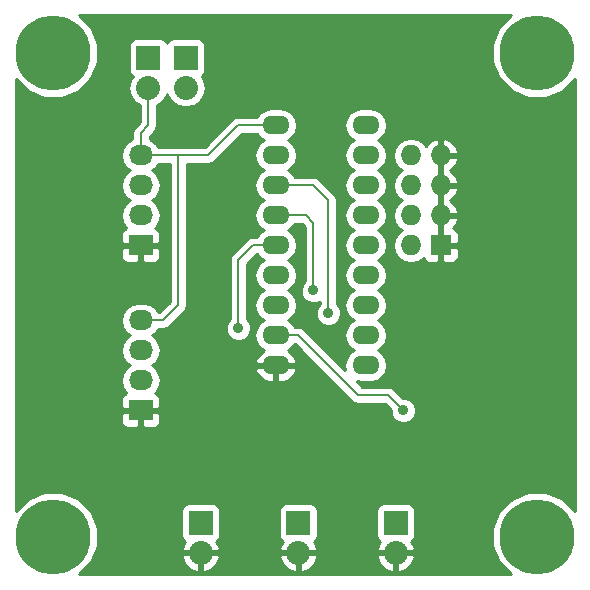
<source format=gbl>
G04 #@! TF.FileFunction,Copper,L2,Bot,Plane*
%FSLAX46Y46*%
G04 Gerber Fmt 4.6, Leading zero omitted, Abs format (unit mm)*
G04 Created by KiCad (PCBNEW (after 2015-mar-04 BZR unknown)-product) date 10/20/2015 10:29:55 AM*
%MOMM*%
G01*
G04 APERTURE LIST*
%ADD10C,0.150000*%
%ADD11O,2.300000X1.600000*%
%ADD12R,2.032000X2.032000*%
%ADD13O,2.032000X2.032000*%
%ADD14C,6.350000*%
%ADD15R,2.032000X1.727200*%
%ADD16O,2.032000X1.727200*%
%ADD17R,1.727200X1.727200*%
%ADD18O,1.727200X1.727200*%
%ADD19C,0.889000*%
%ADD20C,0.203200*%
%ADD21C,0.254000*%
G04 APERTURE END LIST*
D10*
D11*
X22860000Y-10160000D03*
X22860000Y-12700000D03*
X22860000Y-15240000D03*
X22860000Y-17780000D03*
X22860000Y-20320000D03*
X22860000Y-22860000D03*
X22860000Y-25400000D03*
X22860000Y-27940000D03*
X22860000Y-30480000D03*
X30480000Y-30480000D03*
X30480000Y-27940000D03*
X30480000Y-25400000D03*
X30480000Y-22860000D03*
X30480000Y-20320000D03*
X30480000Y-17780000D03*
X30480000Y-15240000D03*
X30480000Y-12700000D03*
X30480000Y-10160000D03*
D12*
X33020000Y-43815000D03*
D13*
X33020000Y-46355000D03*
D14*
X4000000Y-45000000D03*
X4000000Y-4000000D03*
X45000000Y-45000000D03*
X45000000Y-4000000D03*
D15*
X11430000Y-20320000D03*
D16*
X11430000Y-17780000D03*
X11430000Y-15240000D03*
X11430000Y-12700000D03*
D15*
X11430000Y-34290000D03*
D16*
X11430000Y-31750000D03*
X11430000Y-29210000D03*
X11430000Y-26670000D03*
D12*
X16510000Y-43815000D03*
D13*
X16510000Y-46355000D03*
D12*
X24765000Y-43815000D03*
D13*
X24765000Y-46355000D03*
D12*
X12065000Y-4445000D03*
D13*
X12065000Y-6985000D03*
D12*
X15240000Y-4445000D03*
D13*
X15240000Y-6985000D03*
D17*
X36830000Y-20320000D03*
D18*
X34290000Y-20320000D03*
X36830000Y-17780000D03*
X34290000Y-17780000D03*
X36830000Y-15240000D03*
X34290000Y-15240000D03*
X36830000Y-12700000D03*
X34290000Y-12700000D03*
D19*
X19685000Y-27305000D03*
X26035000Y-24130000D03*
X27305000Y-26035000D03*
X30480000Y-36195000D03*
X45085000Y-35560000D03*
X45085000Y-31750000D03*
X33655000Y-34290000D03*
D20*
X19685000Y-21590000D02*
X20955000Y-20320000D01*
X20955000Y-20320000D02*
X22860000Y-20320000D01*
X19685000Y-27305000D02*
X19685000Y-21590000D01*
X26035000Y-18415000D02*
X25400000Y-17780000D01*
X26035000Y-24130000D02*
X26035000Y-18415000D01*
X25400000Y-17780000D02*
X22860000Y-17780000D01*
X26035000Y-15240000D02*
X27305000Y-16510000D01*
X27305000Y-16510000D02*
X27305000Y-26035000D01*
X22860000Y-15240000D02*
X26035000Y-15240000D01*
X11430000Y-12700000D02*
X12065000Y-12065000D01*
X13335000Y-26670000D02*
X14605000Y-25400000D01*
X11430000Y-26670000D02*
X13335000Y-26670000D01*
X11430000Y-10795000D02*
X12065000Y-10160000D01*
X12065000Y-10160000D02*
X12065000Y-6985000D01*
X11430000Y-12700000D02*
X11430000Y-10795000D01*
X19685000Y-10160000D02*
X22860000Y-10160000D01*
X17145000Y-12700000D02*
X19685000Y-10160000D01*
X14605000Y-12700000D02*
X17145000Y-12700000D01*
X11430000Y-12700000D02*
X14605000Y-12700000D01*
X14605000Y-25400000D02*
X14605000Y-12700000D01*
X22860000Y-27940000D02*
X23495000Y-27940000D01*
X24765000Y-27940000D02*
X29845000Y-33020000D01*
X29845000Y-33020000D02*
X32385000Y-33020000D01*
X32385000Y-33020000D02*
X33655000Y-34290000D01*
X22860000Y-27940000D02*
X24765000Y-27940000D01*
D21*
G36*
X48174500Y-42787183D02*
X47161009Y-41771923D01*
X45761181Y-41190663D01*
X44245469Y-41189340D01*
X42844628Y-41768156D01*
X41771923Y-42838991D01*
X41190663Y-44238819D01*
X41189340Y-45754531D01*
X41768156Y-47155372D01*
X42785507Y-48174500D01*
X38328600Y-48174500D01*
X38328600Y-21309910D01*
X38328600Y-21057291D01*
X38328600Y-20605750D01*
X38328600Y-20034250D01*
X38328600Y-19582709D01*
X38328600Y-19330090D01*
X38231927Y-19096701D01*
X38053298Y-18918073D01*
X37855880Y-18836299D01*
X38112688Y-18554947D01*
X38284958Y-18139026D01*
X38284958Y-17420974D01*
X38112688Y-17005053D01*
X37718490Y-16573179D01*
X37583687Y-16510000D01*
X37718490Y-16446821D01*
X38112688Y-16014947D01*
X38284958Y-15599026D01*
X38284958Y-14880974D01*
X38112688Y-14465053D01*
X37718490Y-14033179D01*
X37583687Y-13970000D01*
X37718490Y-13906821D01*
X38112688Y-13474947D01*
X38284958Y-13059026D01*
X38284958Y-12340974D01*
X38112688Y-11925053D01*
X37718490Y-11493179D01*
X37189027Y-11245032D01*
X36957000Y-11365531D01*
X36957000Y-12573000D01*
X38163817Y-12573000D01*
X38284958Y-12340974D01*
X38284958Y-13059026D01*
X38163817Y-12827000D01*
X36957000Y-12827000D01*
X36957000Y-13905531D01*
X36957000Y-14034469D01*
X36957000Y-15113000D01*
X38163817Y-15113000D01*
X38284958Y-14880974D01*
X38284958Y-15599026D01*
X38163817Y-15367000D01*
X36957000Y-15367000D01*
X36957000Y-16445531D01*
X36957000Y-16574469D01*
X36957000Y-17653000D01*
X38163817Y-17653000D01*
X38284958Y-17420974D01*
X38284958Y-18139026D01*
X38163817Y-17907000D01*
X36957000Y-17907000D01*
X36957000Y-18980150D01*
X36957000Y-19114469D01*
X36957000Y-20193000D01*
X38169850Y-20193000D01*
X38328600Y-20034250D01*
X38328600Y-20605750D01*
X38169850Y-20447000D01*
X36957000Y-20447000D01*
X36957000Y-21659850D01*
X37115750Y-21818600D01*
X37819909Y-21818600D01*
X38053298Y-21721927D01*
X38231927Y-21543299D01*
X38328600Y-21309910D01*
X38328600Y-48174500D01*
X36703000Y-48174500D01*
X36703000Y-21659850D01*
X36703000Y-20447000D01*
X36683000Y-20447000D01*
X36683000Y-20193000D01*
X36703000Y-20193000D01*
X36703000Y-19114469D01*
X36703000Y-18980150D01*
X36703000Y-17907000D01*
X36683000Y-17907000D01*
X36683000Y-17653000D01*
X36703000Y-17653000D01*
X36703000Y-16574469D01*
X36703000Y-16445531D01*
X36703000Y-15367000D01*
X36683000Y-15367000D01*
X36683000Y-15113000D01*
X36703000Y-15113000D01*
X36703000Y-14034469D01*
X36703000Y-13905531D01*
X36703000Y-12827000D01*
X36683000Y-12827000D01*
X36683000Y-12573000D01*
X36703000Y-12573000D01*
X36703000Y-11365531D01*
X36470973Y-11245032D01*
X35941510Y-11493179D01*
X35559992Y-11911160D01*
X35379029Y-11640330D01*
X34892848Y-11315474D01*
X34319359Y-11201400D01*
X34260641Y-11201400D01*
X33687152Y-11315474D01*
X33200971Y-11640330D01*
X32876115Y-12126511D01*
X32762041Y-12700000D01*
X32876115Y-13273489D01*
X33200971Y-13759670D01*
X33515751Y-13970000D01*
X33200971Y-14180330D01*
X32876115Y-14666511D01*
X32762041Y-15240000D01*
X32876115Y-15813489D01*
X33200971Y-16299670D01*
X33515751Y-16510000D01*
X33200971Y-16720330D01*
X32876115Y-17206511D01*
X32762041Y-17780000D01*
X32876115Y-18353489D01*
X33200971Y-18839670D01*
X33515751Y-19050000D01*
X33200971Y-19260330D01*
X32876115Y-19746511D01*
X32762041Y-20320000D01*
X32876115Y-20893489D01*
X33200971Y-21379670D01*
X33687152Y-21704526D01*
X34260641Y-21818600D01*
X34319359Y-21818600D01*
X34892848Y-21704526D01*
X35364356Y-21389473D01*
X35428073Y-21543299D01*
X35606702Y-21721927D01*
X35840091Y-21818600D01*
X36544250Y-21818600D01*
X36703000Y-21659850D01*
X36703000Y-48174500D01*
X34734687Y-48174500D01*
X34734687Y-34076216D01*
X34570689Y-33679311D01*
X34267286Y-33375378D01*
X33870668Y-33210687D01*
X33617176Y-33210466D01*
X32905855Y-32499145D01*
X32666885Y-32339470D01*
X32385000Y-32283400D01*
X30150110Y-32283400D01*
X29703911Y-31837201D01*
X30095030Y-31915000D01*
X30864970Y-31915000D01*
X31414121Y-31805767D01*
X31879668Y-31494698D01*
X32190737Y-31029151D01*
X32299970Y-30480000D01*
X32190737Y-29930849D01*
X31879668Y-29465302D01*
X31497582Y-29210000D01*
X31879668Y-28954698D01*
X32190737Y-28489151D01*
X32299970Y-27940000D01*
X32190737Y-27390849D01*
X31879668Y-26925302D01*
X31497582Y-26670000D01*
X31879668Y-26414698D01*
X32190737Y-25949151D01*
X32299970Y-25400000D01*
X32190737Y-24850849D01*
X31879668Y-24385302D01*
X31497582Y-24130000D01*
X31879668Y-23874698D01*
X32190737Y-23409151D01*
X32299970Y-22860000D01*
X32190737Y-22310849D01*
X31879668Y-21845302D01*
X31497582Y-21590000D01*
X31879668Y-21334698D01*
X32190737Y-20869151D01*
X32299970Y-20320000D01*
X32190737Y-19770849D01*
X31879668Y-19305302D01*
X31497582Y-19050000D01*
X31879668Y-18794698D01*
X32190737Y-18329151D01*
X32299970Y-17780000D01*
X32190737Y-17230849D01*
X31879668Y-16765302D01*
X31497582Y-16510000D01*
X31879668Y-16254698D01*
X32190737Y-15789151D01*
X32299970Y-15240000D01*
X32190737Y-14690849D01*
X31879668Y-14225302D01*
X31497582Y-13970000D01*
X31879668Y-13714698D01*
X32190737Y-13249151D01*
X32299970Y-12700000D01*
X32190737Y-12150849D01*
X31879668Y-11685302D01*
X31497582Y-11430000D01*
X31879668Y-11174698D01*
X32190737Y-10709151D01*
X32299970Y-10160000D01*
X32190737Y-9610849D01*
X31879668Y-9145302D01*
X31414121Y-8834233D01*
X30864970Y-8725000D01*
X30095030Y-8725000D01*
X29545879Y-8834233D01*
X29080332Y-9145302D01*
X28769263Y-9610849D01*
X28660030Y-10160000D01*
X28769263Y-10709151D01*
X29080332Y-11174698D01*
X29462417Y-11430000D01*
X29080332Y-11685302D01*
X28769263Y-12150849D01*
X28660030Y-12700000D01*
X28769263Y-13249151D01*
X29080332Y-13714698D01*
X29462417Y-13970000D01*
X29080332Y-14225302D01*
X28769263Y-14690849D01*
X28660030Y-15240000D01*
X28769263Y-15789151D01*
X29080332Y-16254698D01*
X29462417Y-16510000D01*
X29080332Y-16765302D01*
X28769263Y-17230849D01*
X28660030Y-17780000D01*
X28769263Y-18329151D01*
X29080332Y-18794698D01*
X29462417Y-19050000D01*
X29080332Y-19305302D01*
X28769263Y-19770849D01*
X28660030Y-20320000D01*
X28769263Y-20869151D01*
X29080332Y-21334698D01*
X29462417Y-21590000D01*
X29080332Y-21845302D01*
X28769263Y-22310849D01*
X28660030Y-22860000D01*
X28769263Y-23409151D01*
X29080332Y-23874698D01*
X29462417Y-24130000D01*
X29080332Y-24385302D01*
X28769263Y-24850849D01*
X28660030Y-25400000D01*
X28769263Y-25949151D01*
X29080332Y-26414698D01*
X29462417Y-26670000D01*
X29080332Y-26925302D01*
X28769263Y-27390849D01*
X28660030Y-27940000D01*
X28769263Y-28489151D01*
X29080332Y-28954698D01*
X29462417Y-29210000D01*
X29080332Y-29465302D01*
X28769263Y-29930849D01*
X28660030Y-30480000D01*
X28737828Y-30871118D01*
X25285855Y-27419145D01*
X25046885Y-27259470D01*
X24765000Y-27203400D01*
X24445487Y-27203400D01*
X24259668Y-26925302D01*
X23877582Y-26670000D01*
X24259668Y-26414698D01*
X24570737Y-25949151D01*
X24679970Y-25400000D01*
X24570737Y-24850849D01*
X24259668Y-24385302D01*
X23877582Y-24130000D01*
X24259668Y-23874698D01*
X24570737Y-23409151D01*
X24679970Y-22860000D01*
X24570737Y-22310849D01*
X24259668Y-21845302D01*
X23877582Y-21590000D01*
X24259668Y-21334698D01*
X24570737Y-20869151D01*
X24679970Y-20320000D01*
X24570737Y-19770849D01*
X24259668Y-19305302D01*
X23877582Y-19050000D01*
X24259668Y-18794698D01*
X24445487Y-18516600D01*
X25094890Y-18516600D01*
X25298400Y-18720110D01*
X25298400Y-23340002D01*
X25120378Y-23517714D01*
X24955687Y-23914332D01*
X24955313Y-24343784D01*
X25119311Y-24740689D01*
X25422714Y-25044622D01*
X25819332Y-25209313D01*
X26248784Y-25209687D01*
X26568400Y-25077624D01*
X26568400Y-25245002D01*
X26390378Y-25422714D01*
X26225687Y-25819332D01*
X26225313Y-26248784D01*
X26389311Y-26645689D01*
X26692714Y-26949622D01*
X27089332Y-27114313D01*
X27518784Y-27114687D01*
X27915689Y-26950689D01*
X28219622Y-26647286D01*
X28384313Y-26250668D01*
X28384687Y-25821216D01*
X28220689Y-25424311D01*
X28041600Y-25244909D01*
X28041600Y-16510000D01*
X27985530Y-16228115D01*
X27825855Y-15989145D01*
X26555855Y-14719145D01*
X26316885Y-14559470D01*
X26035000Y-14503400D01*
X24445487Y-14503400D01*
X24259668Y-14225302D01*
X23877582Y-13970000D01*
X24259668Y-13714698D01*
X24570737Y-13249151D01*
X24679970Y-12700000D01*
X24570737Y-12150849D01*
X24259668Y-11685302D01*
X23877582Y-11430000D01*
X24259668Y-11174698D01*
X24570737Y-10709151D01*
X24679970Y-10160000D01*
X24570737Y-9610849D01*
X24259668Y-9145302D01*
X23794121Y-8834233D01*
X23244970Y-8725000D01*
X22475030Y-8725000D01*
X21925879Y-8834233D01*
X21460332Y-9145302D01*
X21274512Y-9423400D01*
X19685000Y-9423400D01*
X19403115Y-9479470D01*
X19164145Y-9639145D01*
X16839890Y-11963400D01*
X14605000Y-11963400D01*
X12890283Y-11963400D01*
X12674415Y-11640330D01*
X12630531Y-11611007D01*
X12585855Y-11544145D01*
X12346885Y-11384470D01*
X12268014Y-11368781D01*
X12188234Y-11315474D01*
X12166600Y-11311170D01*
X12166600Y-11100110D01*
X12585855Y-10680855D01*
X12745530Y-10441885D01*
X12745530Y-10441884D01*
X12801600Y-10160000D01*
X12801600Y-8461918D01*
X13264778Y-8152433D01*
X13622670Y-7616810D01*
X13652500Y-7466844D01*
X13682330Y-7616810D01*
X14040222Y-8152433D01*
X14575845Y-8510325D01*
X15207655Y-8636000D01*
X15272345Y-8636000D01*
X15904155Y-8510325D01*
X16439778Y-8152433D01*
X16797670Y-7616810D01*
X16923345Y-6985000D01*
X16797670Y-6353190D01*
X16570830Y-6013701D01*
X16710927Y-5921673D01*
X16853377Y-5710640D01*
X16903440Y-5461000D01*
X16903440Y-3429000D01*
X16856463Y-3186877D01*
X16716673Y-2974073D01*
X16505640Y-2831623D01*
X16256000Y-2781560D01*
X14224000Y-2781560D01*
X13981877Y-2828537D01*
X13769073Y-2968327D01*
X13651913Y-3141893D01*
X13541673Y-2974073D01*
X13330640Y-2831623D01*
X13081000Y-2781560D01*
X11049000Y-2781560D01*
X10806877Y-2828537D01*
X10594073Y-2968327D01*
X10451623Y-3179360D01*
X10401560Y-3429000D01*
X10401560Y-5461000D01*
X10448537Y-5703123D01*
X10588327Y-5915927D01*
X10733860Y-6014163D01*
X10507330Y-6353190D01*
X10381655Y-6985000D01*
X10507330Y-7616810D01*
X10865222Y-8152433D01*
X11328400Y-8461918D01*
X11328400Y-9854890D01*
X10909145Y-10274145D01*
X10749470Y-10513115D01*
X10693400Y-10795000D01*
X10693400Y-11311170D01*
X10671766Y-11315474D01*
X10185585Y-11640330D01*
X9860729Y-12126511D01*
X9746655Y-12700000D01*
X9860729Y-13273489D01*
X10185585Y-13759670D01*
X10500365Y-13970000D01*
X10185585Y-14180330D01*
X9860729Y-14666511D01*
X9746655Y-15240000D01*
X9860729Y-15813489D01*
X10185585Y-16299670D01*
X10500365Y-16510000D01*
X10185585Y-16720330D01*
X9860729Y-17206511D01*
X9746655Y-17780000D01*
X9860729Y-18353489D01*
X10185585Y-18839670D01*
X10207780Y-18854500D01*
X10054302Y-18918073D01*
X9875673Y-19096701D01*
X9779000Y-19330090D01*
X9779000Y-19582709D01*
X9779000Y-20034250D01*
X9937750Y-20193000D01*
X11303000Y-20193000D01*
X11303000Y-20173000D01*
X11557000Y-20173000D01*
X11557000Y-20193000D01*
X12922250Y-20193000D01*
X13081000Y-20034250D01*
X13081000Y-19582709D01*
X13081000Y-19330090D01*
X12984327Y-19096701D01*
X12805698Y-18918073D01*
X12652219Y-18854500D01*
X12674415Y-18839670D01*
X12999271Y-18353489D01*
X13113345Y-17780000D01*
X12999271Y-17206511D01*
X12674415Y-16720330D01*
X12359634Y-16510000D01*
X12674415Y-16299670D01*
X12999271Y-15813489D01*
X13113345Y-15240000D01*
X12999271Y-14666511D01*
X12674415Y-14180330D01*
X12359634Y-13970000D01*
X12674415Y-13759670D01*
X12890283Y-13436600D01*
X13868400Y-13436600D01*
X13868400Y-25094890D01*
X13081000Y-25882290D01*
X13081000Y-21309910D01*
X13081000Y-21057291D01*
X13081000Y-20605750D01*
X12922250Y-20447000D01*
X11557000Y-20447000D01*
X11557000Y-21659850D01*
X11715750Y-21818600D01*
X12572309Y-21818600D01*
X12805698Y-21721927D01*
X12984327Y-21543299D01*
X13081000Y-21309910D01*
X13081000Y-25882290D01*
X13029890Y-25933400D01*
X12890283Y-25933400D01*
X12674415Y-25610330D01*
X12188234Y-25285474D01*
X11614745Y-25171400D01*
X11303000Y-25171400D01*
X11303000Y-21659850D01*
X11303000Y-20447000D01*
X9937750Y-20447000D01*
X9779000Y-20605750D01*
X9779000Y-21057291D01*
X9779000Y-21309910D01*
X9875673Y-21543299D01*
X10054302Y-21721927D01*
X10287691Y-21818600D01*
X11144250Y-21818600D01*
X11303000Y-21659850D01*
X11303000Y-25171400D01*
X11245255Y-25171400D01*
X10671766Y-25285474D01*
X10185585Y-25610330D01*
X9860729Y-26096511D01*
X9746655Y-26670000D01*
X9860729Y-27243489D01*
X10185585Y-27729670D01*
X10500365Y-27940000D01*
X10185585Y-28150330D01*
X9860729Y-28636511D01*
X9746655Y-29210000D01*
X9860729Y-29783489D01*
X10185585Y-30269670D01*
X10500365Y-30480000D01*
X10185585Y-30690330D01*
X9860729Y-31176511D01*
X9746655Y-31750000D01*
X9860729Y-32323489D01*
X10185585Y-32809670D01*
X10207780Y-32824500D01*
X10054302Y-32888073D01*
X9875673Y-33066701D01*
X9779000Y-33300090D01*
X9779000Y-33552709D01*
X9779000Y-34004250D01*
X9937750Y-34163000D01*
X11303000Y-34163000D01*
X11303000Y-34143000D01*
X11557000Y-34143000D01*
X11557000Y-34163000D01*
X12922250Y-34163000D01*
X13081000Y-34004250D01*
X13081000Y-33552709D01*
X13081000Y-33300090D01*
X12984327Y-33066701D01*
X12805698Y-32888073D01*
X12652219Y-32824500D01*
X12674415Y-32809670D01*
X12999271Y-32323489D01*
X13113345Y-31750000D01*
X12999271Y-31176511D01*
X12674415Y-30690330D01*
X12359634Y-30480000D01*
X12674415Y-30269670D01*
X12999271Y-29783489D01*
X13113345Y-29210000D01*
X12999271Y-28636511D01*
X12674415Y-28150330D01*
X12359634Y-27940000D01*
X12674415Y-27729670D01*
X12890283Y-27406600D01*
X13335000Y-27406600D01*
X13616885Y-27350530D01*
X13855855Y-27190855D01*
X15125855Y-25920855D01*
X15285530Y-25681885D01*
X15341600Y-25400000D01*
X15341600Y-13436600D01*
X17145000Y-13436600D01*
X17426885Y-13380530D01*
X17665855Y-13220855D01*
X19990110Y-10896600D01*
X21274512Y-10896600D01*
X21460332Y-11174698D01*
X21842417Y-11430000D01*
X21460332Y-11685302D01*
X21149263Y-12150849D01*
X21040030Y-12700000D01*
X21149263Y-13249151D01*
X21460332Y-13714698D01*
X21842417Y-13970000D01*
X21460332Y-14225302D01*
X21149263Y-14690849D01*
X21040030Y-15240000D01*
X21149263Y-15789151D01*
X21460332Y-16254698D01*
X21842417Y-16510000D01*
X21460332Y-16765302D01*
X21149263Y-17230849D01*
X21040030Y-17780000D01*
X21149263Y-18329151D01*
X21460332Y-18794698D01*
X21842417Y-19050000D01*
X21460332Y-19305302D01*
X21274512Y-19583400D01*
X20955000Y-19583400D01*
X20673115Y-19639470D01*
X20434145Y-19799145D01*
X19164145Y-21069145D01*
X19004470Y-21308115D01*
X18948400Y-21590000D01*
X18948400Y-26515002D01*
X18770378Y-26692714D01*
X18605687Y-27089332D01*
X18605313Y-27518784D01*
X18769311Y-27915689D01*
X19072714Y-28219622D01*
X19469332Y-28384313D01*
X19898784Y-28384687D01*
X20295689Y-28220689D01*
X20599622Y-27917286D01*
X20764313Y-27520668D01*
X20764687Y-27091216D01*
X20600689Y-26694311D01*
X20421600Y-26514909D01*
X20421600Y-21895110D01*
X21260110Y-21056600D01*
X21274512Y-21056600D01*
X21460332Y-21334698D01*
X21842417Y-21590000D01*
X21460332Y-21845302D01*
X21149263Y-22310849D01*
X21040030Y-22860000D01*
X21149263Y-23409151D01*
X21460332Y-23874698D01*
X21842417Y-24130000D01*
X21460332Y-24385302D01*
X21149263Y-24850849D01*
X21040030Y-25400000D01*
X21149263Y-25949151D01*
X21460332Y-26414698D01*
X21842417Y-26670000D01*
X21460332Y-26925302D01*
X21149263Y-27390849D01*
X21040030Y-27940000D01*
X21149263Y-28489151D01*
X21460332Y-28954698D01*
X21838151Y-29207149D01*
X21405500Y-29555104D01*
X21135633Y-30048181D01*
X21118096Y-30130961D01*
X21240085Y-30353000D01*
X22733000Y-30353000D01*
X22733000Y-30333000D01*
X22987000Y-30333000D01*
X22987000Y-30353000D01*
X24479915Y-30353000D01*
X24601904Y-30130961D01*
X24584367Y-30048181D01*
X24314500Y-29555104D01*
X23881848Y-29207149D01*
X24259668Y-28954698D01*
X24445487Y-28676600D01*
X24459890Y-28676600D01*
X29324145Y-33540855D01*
X29563115Y-33700530D01*
X29845000Y-33756600D01*
X32079890Y-33756600D01*
X32575532Y-34252242D01*
X32575313Y-34503784D01*
X32739311Y-34900689D01*
X33042714Y-35204622D01*
X33439332Y-35369313D01*
X33868784Y-35369687D01*
X34265689Y-35205689D01*
X34569622Y-34902286D01*
X34734313Y-34505668D01*
X34734687Y-34076216D01*
X34734687Y-48174500D01*
X34683440Y-48174500D01*
X34683440Y-44831000D01*
X34683440Y-42799000D01*
X34636463Y-42556877D01*
X34496673Y-42344073D01*
X34285640Y-42201623D01*
X34036000Y-42151560D01*
X32004000Y-42151560D01*
X31761877Y-42198537D01*
X31549073Y-42338327D01*
X31406623Y-42549360D01*
X31356560Y-42799000D01*
X31356560Y-44831000D01*
X31403537Y-45073123D01*
X31543327Y-45285927D01*
X31703043Y-45393737D01*
X31613615Y-45490182D01*
X31414025Y-45972056D01*
X31533164Y-46228000D01*
X32893000Y-46228000D01*
X32893000Y-46208000D01*
X33147000Y-46208000D01*
X33147000Y-46228000D01*
X34506836Y-46228000D01*
X34625975Y-45972056D01*
X34426385Y-45490182D01*
X34336425Y-45393164D01*
X34490927Y-45291673D01*
X34633377Y-45080640D01*
X34683440Y-44831000D01*
X34683440Y-48174500D01*
X34625975Y-48174500D01*
X34625975Y-46737944D01*
X34506836Y-46482000D01*
X33147000Y-46482000D01*
X33147000Y-47842367D01*
X33402946Y-47960983D01*
X33988379Y-47692188D01*
X34426385Y-47219818D01*
X34625975Y-46737944D01*
X34625975Y-48174500D01*
X32893000Y-48174500D01*
X32893000Y-47842367D01*
X32893000Y-46482000D01*
X31533164Y-46482000D01*
X31414025Y-46737944D01*
X31613615Y-47219818D01*
X32051621Y-47692188D01*
X32637054Y-47960983D01*
X32893000Y-47842367D01*
X32893000Y-48174500D01*
X26428440Y-48174500D01*
X26428440Y-44831000D01*
X26428440Y-42799000D01*
X26381463Y-42556877D01*
X26241673Y-42344073D01*
X26030640Y-42201623D01*
X25781000Y-42151560D01*
X24601904Y-42151560D01*
X24601904Y-30829039D01*
X24479915Y-30607000D01*
X22987000Y-30607000D01*
X22987000Y-31915000D01*
X23337000Y-31915000D01*
X23876483Y-31757166D01*
X24314500Y-31404896D01*
X24584367Y-30911819D01*
X24601904Y-30829039D01*
X24601904Y-42151560D01*
X23749000Y-42151560D01*
X23506877Y-42198537D01*
X23294073Y-42338327D01*
X23151623Y-42549360D01*
X23101560Y-42799000D01*
X23101560Y-44831000D01*
X23148537Y-45073123D01*
X23288327Y-45285927D01*
X23448043Y-45393737D01*
X23358615Y-45490182D01*
X23159025Y-45972056D01*
X23278164Y-46228000D01*
X24638000Y-46228000D01*
X24638000Y-46208000D01*
X24892000Y-46208000D01*
X24892000Y-46228000D01*
X26251836Y-46228000D01*
X26370975Y-45972056D01*
X26171385Y-45490182D01*
X26081425Y-45393164D01*
X26235927Y-45291673D01*
X26378377Y-45080640D01*
X26428440Y-44831000D01*
X26428440Y-48174500D01*
X26370975Y-48174500D01*
X26370975Y-46737944D01*
X26251836Y-46482000D01*
X24892000Y-46482000D01*
X24892000Y-47842367D01*
X25147946Y-47960983D01*
X25733379Y-47692188D01*
X26171385Y-47219818D01*
X26370975Y-46737944D01*
X26370975Y-48174500D01*
X24638000Y-48174500D01*
X24638000Y-47842367D01*
X24638000Y-46482000D01*
X23278164Y-46482000D01*
X23159025Y-46737944D01*
X23358615Y-47219818D01*
X23796621Y-47692188D01*
X24382054Y-47960983D01*
X24638000Y-47842367D01*
X24638000Y-48174500D01*
X22733000Y-48174500D01*
X22733000Y-31915000D01*
X22733000Y-30607000D01*
X21240085Y-30607000D01*
X21118096Y-30829039D01*
X21135633Y-30911819D01*
X21405500Y-31404896D01*
X21843517Y-31757166D01*
X22383000Y-31915000D01*
X22733000Y-31915000D01*
X22733000Y-48174500D01*
X18173440Y-48174500D01*
X18173440Y-44831000D01*
X18173440Y-42799000D01*
X18126463Y-42556877D01*
X17986673Y-42344073D01*
X17775640Y-42201623D01*
X17526000Y-42151560D01*
X15494000Y-42151560D01*
X15251877Y-42198537D01*
X15039073Y-42338327D01*
X14896623Y-42549360D01*
X14846560Y-42799000D01*
X14846560Y-44831000D01*
X14893537Y-45073123D01*
X15033327Y-45285927D01*
X15193043Y-45393737D01*
X15103615Y-45490182D01*
X14904025Y-45972056D01*
X15023164Y-46228000D01*
X16383000Y-46228000D01*
X16383000Y-46208000D01*
X16637000Y-46208000D01*
X16637000Y-46228000D01*
X17996836Y-46228000D01*
X18115975Y-45972056D01*
X17916385Y-45490182D01*
X17826425Y-45393164D01*
X17980927Y-45291673D01*
X18123377Y-45080640D01*
X18173440Y-44831000D01*
X18173440Y-48174500D01*
X18115975Y-48174500D01*
X18115975Y-46737944D01*
X17996836Y-46482000D01*
X16637000Y-46482000D01*
X16637000Y-47842367D01*
X16892946Y-47960983D01*
X17478379Y-47692188D01*
X17916385Y-47219818D01*
X18115975Y-46737944D01*
X18115975Y-48174500D01*
X16383000Y-48174500D01*
X16383000Y-47842367D01*
X16383000Y-46482000D01*
X15023164Y-46482000D01*
X14904025Y-46737944D01*
X15103615Y-47219818D01*
X15541621Y-47692188D01*
X16127054Y-47960983D01*
X16383000Y-47842367D01*
X16383000Y-48174500D01*
X13081000Y-48174500D01*
X13081000Y-35279910D01*
X13081000Y-35027291D01*
X13081000Y-34575750D01*
X12922250Y-34417000D01*
X11557000Y-34417000D01*
X11557000Y-35629850D01*
X11715750Y-35788600D01*
X12572309Y-35788600D01*
X12805698Y-35691927D01*
X12984327Y-35513299D01*
X13081000Y-35279910D01*
X13081000Y-48174500D01*
X11303000Y-48174500D01*
X11303000Y-35629850D01*
X11303000Y-34417000D01*
X9937750Y-34417000D01*
X9779000Y-34575750D01*
X9779000Y-35027291D01*
X9779000Y-35279910D01*
X9875673Y-35513299D01*
X10054302Y-35691927D01*
X10287691Y-35788600D01*
X11144250Y-35788600D01*
X11303000Y-35629850D01*
X11303000Y-48174500D01*
X6212816Y-48174500D01*
X7228077Y-47161009D01*
X7809337Y-45761181D01*
X7810660Y-44245469D01*
X7231844Y-42844628D01*
X6161009Y-41771923D01*
X4761181Y-41190663D01*
X3245469Y-41189340D01*
X1844628Y-41768156D01*
X825500Y-42785507D01*
X825500Y-6212816D01*
X1838991Y-7228077D01*
X3238819Y-7809337D01*
X4754531Y-7810660D01*
X6155372Y-7231844D01*
X7228077Y-6161009D01*
X7809337Y-4761181D01*
X7810660Y-3245469D01*
X7231844Y-1844628D01*
X6214492Y-825500D01*
X42787183Y-825500D01*
X41771923Y-1838991D01*
X41190663Y-3238819D01*
X41189340Y-4754531D01*
X41768156Y-6155372D01*
X42838991Y-7228077D01*
X44238819Y-7809337D01*
X45754531Y-7810660D01*
X47155372Y-7231844D01*
X48174500Y-6214492D01*
X48174500Y-42787183D01*
X48174500Y-42787183D01*
G37*
X48174500Y-42787183D02*
X47161009Y-41771923D01*
X45761181Y-41190663D01*
X44245469Y-41189340D01*
X42844628Y-41768156D01*
X41771923Y-42838991D01*
X41190663Y-44238819D01*
X41189340Y-45754531D01*
X41768156Y-47155372D01*
X42785507Y-48174500D01*
X38328600Y-48174500D01*
X38328600Y-21309910D01*
X38328600Y-21057291D01*
X38328600Y-20605750D01*
X38328600Y-20034250D01*
X38328600Y-19582709D01*
X38328600Y-19330090D01*
X38231927Y-19096701D01*
X38053298Y-18918073D01*
X37855880Y-18836299D01*
X38112688Y-18554947D01*
X38284958Y-18139026D01*
X38284958Y-17420974D01*
X38112688Y-17005053D01*
X37718490Y-16573179D01*
X37583687Y-16510000D01*
X37718490Y-16446821D01*
X38112688Y-16014947D01*
X38284958Y-15599026D01*
X38284958Y-14880974D01*
X38112688Y-14465053D01*
X37718490Y-14033179D01*
X37583687Y-13970000D01*
X37718490Y-13906821D01*
X38112688Y-13474947D01*
X38284958Y-13059026D01*
X38284958Y-12340974D01*
X38112688Y-11925053D01*
X37718490Y-11493179D01*
X37189027Y-11245032D01*
X36957000Y-11365531D01*
X36957000Y-12573000D01*
X38163817Y-12573000D01*
X38284958Y-12340974D01*
X38284958Y-13059026D01*
X38163817Y-12827000D01*
X36957000Y-12827000D01*
X36957000Y-13905531D01*
X36957000Y-14034469D01*
X36957000Y-15113000D01*
X38163817Y-15113000D01*
X38284958Y-14880974D01*
X38284958Y-15599026D01*
X38163817Y-15367000D01*
X36957000Y-15367000D01*
X36957000Y-16445531D01*
X36957000Y-16574469D01*
X36957000Y-17653000D01*
X38163817Y-17653000D01*
X38284958Y-17420974D01*
X38284958Y-18139026D01*
X38163817Y-17907000D01*
X36957000Y-17907000D01*
X36957000Y-18980150D01*
X36957000Y-19114469D01*
X36957000Y-20193000D01*
X38169850Y-20193000D01*
X38328600Y-20034250D01*
X38328600Y-20605750D01*
X38169850Y-20447000D01*
X36957000Y-20447000D01*
X36957000Y-21659850D01*
X37115750Y-21818600D01*
X37819909Y-21818600D01*
X38053298Y-21721927D01*
X38231927Y-21543299D01*
X38328600Y-21309910D01*
X38328600Y-48174500D01*
X36703000Y-48174500D01*
X36703000Y-21659850D01*
X36703000Y-20447000D01*
X36683000Y-20447000D01*
X36683000Y-20193000D01*
X36703000Y-20193000D01*
X36703000Y-19114469D01*
X36703000Y-18980150D01*
X36703000Y-17907000D01*
X36683000Y-17907000D01*
X36683000Y-17653000D01*
X36703000Y-17653000D01*
X36703000Y-16574469D01*
X36703000Y-16445531D01*
X36703000Y-15367000D01*
X36683000Y-15367000D01*
X36683000Y-15113000D01*
X36703000Y-15113000D01*
X36703000Y-14034469D01*
X36703000Y-13905531D01*
X36703000Y-12827000D01*
X36683000Y-12827000D01*
X36683000Y-12573000D01*
X36703000Y-12573000D01*
X36703000Y-11365531D01*
X36470973Y-11245032D01*
X35941510Y-11493179D01*
X35559992Y-11911160D01*
X35379029Y-11640330D01*
X34892848Y-11315474D01*
X34319359Y-11201400D01*
X34260641Y-11201400D01*
X33687152Y-11315474D01*
X33200971Y-11640330D01*
X32876115Y-12126511D01*
X32762041Y-12700000D01*
X32876115Y-13273489D01*
X33200971Y-13759670D01*
X33515751Y-13970000D01*
X33200971Y-14180330D01*
X32876115Y-14666511D01*
X32762041Y-15240000D01*
X32876115Y-15813489D01*
X33200971Y-16299670D01*
X33515751Y-16510000D01*
X33200971Y-16720330D01*
X32876115Y-17206511D01*
X32762041Y-17780000D01*
X32876115Y-18353489D01*
X33200971Y-18839670D01*
X33515751Y-19050000D01*
X33200971Y-19260330D01*
X32876115Y-19746511D01*
X32762041Y-20320000D01*
X32876115Y-20893489D01*
X33200971Y-21379670D01*
X33687152Y-21704526D01*
X34260641Y-21818600D01*
X34319359Y-21818600D01*
X34892848Y-21704526D01*
X35364356Y-21389473D01*
X35428073Y-21543299D01*
X35606702Y-21721927D01*
X35840091Y-21818600D01*
X36544250Y-21818600D01*
X36703000Y-21659850D01*
X36703000Y-48174500D01*
X34734687Y-48174500D01*
X34734687Y-34076216D01*
X34570689Y-33679311D01*
X34267286Y-33375378D01*
X33870668Y-33210687D01*
X33617176Y-33210466D01*
X32905855Y-32499145D01*
X32666885Y-32339470D01*
X32385000Y-32283400D01*
X30150110Y-32283400D01*
X29703911Y-31837201D01*
X30095030Y-31915000D01*
X30864970Y-31915000D01*
X31414121Y-31805767D01*
X31879668Y-31494698D01*
X32190737Y-31029151D01*
X32299970Y-30480000D01*
X32190737Y-29930849D01*
X31879668Y-29465302D01*
X31497582Y-29210000D01*
X31879668Y-28954698D01*
X32190737Y-28489151D01*
X32299970Y-27940000D01*
X32190737Y-27390849D01*
X31879668Y-26925302D01*
X31497582Y-26670000D01*
X31879668Y-26414698D01*
X32190737Y-25949151D01*
X32299970Y-25400000D01*
X32190737Y-24850849D01*
X31879668Y-24385302D01*
X31497582Y-24130000D01*
X31879668Y-23874698D01*
X32190737Y-23409151D01*
X32299970Y-22860000D01*
X32190737Y-22310849D01*
X31879668Y-21845302D01*
X31497582Y-21590000D01*
X31879668Y-21334698D01*
X32190737Y-20869151D01*
X32299970Y-20320000D01*
X32190737Y-19770849D01*
X31879668Y-19305302D01*
X31497582Y-19050000D01*
X31879668Y-18794698D01*
X32190737Y-18329151D01*
X32299970Y-17780000D01*
X32190737Y-17230849D01*
X31879668Y-16765302D01*
X31497582Y-16510000D01*
X31879668Y-16254698D01*
X32190737Y-15789151D01*
X32299970Y-15240000D01*
X32190737Y-14690849D01*
X31879668Y-14225302D01*
X31497582Y-13970000D01*
X31879668Y-13714698D01*
X32190737Y-13249151D01*
X32299970Y-12700000D01*
X32190737Y-12150849D01*
X31879668Y-11685302D01*
X31497582Y-11430000D01*
X31879668Y-11174698D01*
X32190737Y-10709151D01*
X32299970Y-10160000D01*
X32190737Y-9610849D01*
X31879668Y-9145302D01*
X31414121Y-8834233D01*
X30864970Y-8725000D01*
X30095030Y-8725000D01*
X29545879Y-8834233D01*
X29080332Y-9145302D01*
X28769263Y-9610849D01*
X28660030Y-10160000D01*
X28769263Y-10709151D01*
X29080332Y-11174698D01*
X29462417Y-11430000D01*
X29080332Y-11685302D01*
X28769263Y-12150849D01*
X28660030Y-12700000D01*
X28769263Y-13249151D01*
X29080332Y-13714698D01*
X29462417Y-13970000D01*
X29080332Y-14225302D01*
X28769263Y-14690849D01*
X28660030Y-15240000D01*
X28769263Y-15789151D01*
X29080332Y-16254698D01*
X29462417Y-16510000D01*
X29080332Y-16765302D01*
X28769263Y-17230849D01*
X28660030Y-17780000D01*
X28769263Y-18329151D01*
X29080332Y-18794698D01*
X29462417Y-19050000D01*
X29080332Y-19305302D01*
X28769263Y-19770849D01*
X28660030Y-20320000D01*
X28769263Y-20869151D01*
X29080332Y-21334698D01*
X29462417Y-21590000D01*
X29080332Y-21845302D01*
X28769263Y-22310849D01*
X28660030Y-22860000D01*
X28769263Y-23409151D01*
X29080332Y-23874698D01*
X29462417Y-24130000D01*
X29080332Y-24385302D01*
X28769263Y-24850849D01*
X28660030Y-25400000D01*
X28769263Y-25949151D01*
X29080332Y-26414698D01*
X29462417Y-26670000D01*
X29080332Y-26925302D01*
X28769263Y-27390849D01*
X28660030Y-27940000D01*
X28769263Y-28489151D01*
X29080332Y-28954698D01*
X29462417Y-29210000D01*
X29080332Y-29465302D01*
X28769263Y-29930849D01*
X28660030Y-30480000D01*
X28737828Y-30871118D01*
X25285855Y-27419145D01*
X25046885Y-27259470D01*
X24765000Y-27203400D01*
X24445487Y-27203400D01*
X24259668Y-26925302D01*
X23877582Y-26670000D01*
X24259668Y-26414698D01*
X24570737Y-25949151D01*
X24679970Y-25400000D01*
X24570737Y-24850849D01*
X24259668Y-24385302D01*
X23877582Y-24130000D01*
X24259668Y-23874698D01*
X24570737Y-23409151D01*
X24679970Y-22860000D01*
X24570737Y-22310849D01*
X24259668Y-21845302D01*
X23877582Y-21590000D01*
X24259668Y-21334698D01*
X24570737Y-20869151D01*
X24679970Y-20320000D01*
X24570737Y-19770849D01*
X24259668Y-19305302D01*
X23877582Y-19050000D01*
X24259668Y-18794698D01*
X24445487Y-18516600D01*
X25094890Y-18516600D01*
X25298400Y-18720110D01*
X25298400Y-23340002D01*
X25120378Y-23517714D01*
X24955687Y-23914332D01*
X24955313Y-24343784D01*
X25119311Y-24740689D01*
X25422714Y-25044622D01*
X25819332Y-25209313D01*
X26248784Y-25209687D01*
X26568400Y-25077624D01*
X26568400Y-25245002D01*
X26390378Y-25422714D01*
X26225687Y-25819332D01*
X26225313Y-26248784D01*
X26389311Y-26645689D01*
X26692714Y-26949622D01*
X27089332Y-27114313D01*
X27518784Y-27114687D01*
X27915689Y-26950689D01*
X28219622Y-26647286D01*
X28384313Y-26250668D01*
X28384687Y-25821216D01*
X28220689Y-25424311D01*
X28041600Y-25244909D01*
X28041600Y-16510000D01*
X27985530Y-16228115D01*
X27825855Y-15989145D01*
X26555855Y-14719145D01*
X26316885Y-14559470D01*
X26035000Y-14503400D01*
X24445487Y-14503400D01*
X24259668Y-14225302D01*
X23877582Y-13970000D01*
X24259668Y-13714698D01*
X24570737Y-13249151D01*
X24679970Y-12700000D01*
X24570737Y-12150849D01*
X24259668Y-11685302D01*
X23877582Y-11430000D01*
X24259668Y-11174698D01*
X24570737Y-10709151D01*
X24679970Y-10160000D01*
X24570737Y-9610849D01*
X24259668Y-9145302D01*
X23794121Y-8834233D01*
X23244970Y-8725000D01*
X22475030Y-8725000D01*
X21925879Y-8834233D01*
X21460332Y-9145302D01*
X21274512Y-9423400D01*
X19685000Y-9423400D01*
X19403115Y-9479470D01*
X19164145Y-9639145D01*
X16839890Y-11963400D01*
X14605000Y-11963400D01*
X12890283Y-11963400D01*
X12674415Y-11640330D01*
X12630531Y-11611007D01*
X12585855Y-11544145D01*
X12346885Y-11384470D01*
X12268014Y-11368781D01*
X12188234Y-11315474D01*
X12166600Y-11311170D01*
X12166600Y-11100110D01*
X12585855Y-10680855D01*
X12745530Y-10441885D01*
X12745530Y-10441884D01*
X12801600Y-10160000D01*
X12801600Y-8461918D01*
X13264778Y-8152433D01*
X13622670Y-7616810D01*
X13652500Y-7466844D01*
X13682330Y-7616810D01*
X14040222Y-8152433D01*
X14575845Y-8510325D01*
X15207655Y-8636000D01*
X15272345Y-8636000D01*
X15904155Y-8510325D01*
X16439778Y-8152433D01*
X16797670Y-7616810D01*
X16923345Y-6985000D01*
X16797670Y-6353190D01*
X16570830Y-6013701D01*
X16710927Y-5921673D01*
X16853377Y-5710640D01*
X16903440Y-5461000D01*
X16903440Y-3429000D01*
X16856463Y-3186877D01*
X16716673Y-2974073D01*
X16505640Y-2831623D01*
X16256000Y-2781560D01*
X14224000Y-2781560D01*
X13981877Y-2828537D01*
X13769073Y-2968327D01*
X13651913Y-3141893D01*
X13541673Y-2974073D01*
X13330640Y-2831623D01*
X13081000Y-2781560D01*
X11049000Y-2781560D01*
X10806877Y-2828537D01*
X10594073Y-2968327D01*
X10451623Y-3179360D01*
X10401560Y-3429000D01*
X10401560Y-5461000D01*
X10448537Y-5703123D01*
X10588327Y-5915927D01*
X10733860Y-6014163D01*
X10507330Y-6353190D01*
X10381655Y-6985000D01*
X10507330Y-7616810D01*
X10865222Y-8152433D01*
X11328400Y-8461918D01*
X11328400Y-9854890D01*
X10909145Y-10274145D01*
X10749470Y-10513115D01*
X10693400Y-10795000D01*
X10693400Y-11311170D01*
X10671766Y-11315474D01*
X10185585Y-11640330D01*
X9860729Y-12126511D01*
X9746655Y-12700000D01*
X9860729Y-13273489D01*
X10185585Y-13759670D01*
X10500365Y-13970000D01*
X10185585Y-14180330D01*
X9860729Y-14666511D01*
X9746655Y-15240000D01*
X9860729Y-15813489D01*
X10185585Y-16299670D01*
X10500365Y-16510000D01*
X10185585Y-16720330D01*
X9860729Y-17206511D01*
X9746655Y-17780000D01*
X9860729Y-18353489D01*
X10185585Y-18839670D01*
X10207780Y-18854500D01*
X10054302Y-18918073D01*
X9875673Y-19096701D01*
X9779000Y-19330090D01*
X9779000Y-19582709D01*
X9779000Y-20034250D01*
X9937750Y-20193000D01*
X11303000Y-20193000D01*
X11303000Y-20173000D01*
X11557000Y-20173000D01*
X11557000Y-20193000D01*
X12922250Y-20193000D01*
X13081000Y-20034250D01*
X13081000Y-19582709D01*
X13081000Y-19330090D01*
X12984327Y-19096701D01*
X12805698Y-18918073D01*
X12652219Y-18854500D01*
X12674415Y-18839670D01*
X12999271Y-18353489D01*
X13113345Y-17780000D01*
X12999271Y-17206511D01*
X12674415Y-16720330D01*
X12359634Y-16510000D01*
X12674415Y-16299670D01*
X12999271Y-15813489D01*
X13113345Y-15240000D01*
X12999271Y-14666511D01*
X12674415Y-14180330D01*
X12359634Y-13970000D01*
X12674415Y-13759670D01*
X12890283Y-13436600D01*
X13868400Y-13436600D01*
X13868400Y-25094890D01*
X13081000Y-25882290D01*
X13081000Y-21309910D01*
X13081000Y-21057291D01*
X13081000Y-20605750D01*
X12922250Y-20447000D01*
X11557000Y-20447000D01*
X11557000Y-21659850D01*
X11715750Y-21818600D01*
X12572309Y-21818600D01*
X12805698Y-21721927D01*
X12984327Y-21543299D01*
X13081000Y-21309910D01*
X13081000Y-25882290D01*
X13029890Y-25933400D01*
X12890283Y-25933400D01*
X12674415Y-25610330D01*
X12188234Y-25285474D01*
X11614745Y-25171400D01*
X11303000Y-25171400D01*
X11303000Y-21659850D01*
X11303000Y-20447000D01*
X9937750Y-20447000D01*
X9779000Y-20605750D01*
X9779000Y-21057291D01*
X9779000Y-21309910D01*
X9875673Y-21543299D01*
X10054302Y-21721927D01*
X10287691Y-21818600D01*
X11144250Y-21818600D01*
X11303000Y-21659850D01*
X11303000Y-25171400D01*
X11245255Y-25171400D01*
X10671766Y-25285474D01*
X10185585Y-25610330D01*
X9860729Y-26096511D01*
X9746655Y-26670000D01*
X9860729Y-27243489D01*
X10185585Y-27729670D01*
X10500365Y-27940000D01*
X10185585Y-28150330D01*
X9860729Y-28636511D01*
X9746655Y-29210000D01*
X9860729Y-29783489D01*
X10185585Y-30269670D01*
X10500365Y-30480000D01*
X10185585Y-30690330D01*
X9860729Y-31176511D01*
X9746655Y-31750000D01*
X9860729Y-32323489D01*
X10185585Y-32809670D01*
X10207780Y-32824500D01*
X10054302Y-32888073D01*
X9875673Y-33066701D01*
X9779000Y-33300090D01*
X9779000Y-33552709D01*
X9779000Y-34004250D01*
X9937750Y-34163000D01*
X11303000Y-34163000D01*
X11303000Y-34143000D01*
X11557000Y-34143000D01*
X11557000Y-34163000D01*
X12922250Y-34163000D01*
X13081000Y-34004250D01*
X13081000Y-33552709D01*
X13081000Y-33300090D01*
X12984327Y-33066701D01*
X12805698Y-32888073D01*
X12652219Y-32824500D01*
X12674415Y-32809670D01*
X12999271Y-32323489D01*
X13113345Y-31750000D01*
X12999271Y-31176511D01*
X12674415Y-30690330D01*
X12359634Y-30480000D01*
X12674415Y-30269670D01*
X12999271Y-29783489D01*
X13113345Y-29210000D01*
X12999271Y-28636511D01*
X12674415Y-28150330D01*
X12359634Y-27940000D01*
X12674415Y-27729670D01*
X12890283Y-27406600D01*
X13335000Y-27406600D01*
X13616885Y-27350530D01*
X13855855Y-27190855D01*
X15125855Y-25920855D01*
X15285530Y-25681885D01*
X15341600Y-25400000D01*
X15341600Y-13436600D01*
X17145000Y-13436600D01*
X17426885Y-13380530D01*
X17665855Y-13220855D01*
X19990110Y-10896600D01*
X21274512Y-10896600D01*
X21460332Y-11174698D01*
X21842417Y-11430000D01*
X21460332Y-11685302D01*
X21149263Y-12150849D01*
X21040030Y-12700000D01*
X21149263Y-13249151D01*
X21460332Y-13714698D01*
X21842417Y-13970000D01*
X21460332Y-14225302D01*
X21149263Y-14690849D01*
X21040030Y-15240000D01*
X21149263Y-15789151D01*
X21460332Y-16254698D01*
X21842417Y-16510000D01*
X21460332Y-16765302D01*
X21149263Y-17230849D01*
X21040030Y-17780000D01*
X21149263Y-18329151D01*
X21460332Y-18794698D01*
X21842417Y-19050000D01*
X21460332Y-19305302D01*
X21274512Y-19583400D01*
X20955000Y-19583400D01*
X20673115Y-19639470D01*
X20434145Y-19799145D01*
X19164145Y-21069145D01*
X19004470Y-21308115D01*
X18948400Y-21590000D01*
X18948400Y-26515002D01*
X18770378Y-26692714D01*
X18605687Y-27089332D01*
X18605313Y-27518784D01*
X18769311Y-27915689D01*
X19072714Y-28219622D01*
X19469332Y-28384313D01*
X19898784Y-28384687D01*
X20295689Y-28220689D01*
X20599622Y-27917286D01*
X20764313Y-27520668D01*
X20764687Y-27091216D01*
X20600689Y-26694311D01*
X20421600Y-26514909D01*
X20421600Y-21895110D01*
X21260110Y-21056600D01*
X21274512Y-21056600D01*
X21460332Y-21334698D01*
X21842417Y-21590000D01*
X21460332Y-21845302D01*
X21149263Y-22310849D01*
X21040030Y-22860000D01*
X21149263Y-23409151D01*
X21460332Y-23874698D01*
X21842417Y-24130000D01*
X21460332Y-24385302D01*
X21149263Y-24850849D01*
X21040030Y-25400000D01*
X21149263Y-25949151D01*
X21460332Y-26414698D01*
X21842417Y-26670000D01*
X21460332Y-26925302D01*
X21149263Y-27390849D01*
X21040030Y-27940000D01*
X21149263Y-28489151D01*
X21460332Y-28954698D01*
X21838151Y-29207149D01*
X21405500Y-29555104D01*
X21135633Y-30048181D01*
X21118096Y-30130961D01*
X21240085Y-30353000D01*
X22733000Y-30353000D01*
X22733000Y-30333000D01*
X22987000Y-30333000D01*
X22987000Y-30353000D01*
X24479915Y-30353000D01*
X24601904Y-30130961D01*
X24584367Y-30048181D01*
X24314500Y-29555104D01*
X23881848Y-29207149D01*
X24259668Y-28954698D01*
X24445487Y-28676600D01*
X24459890Y-28676600D01*
X29324145Y-33540855D01*
X29563115Y-33700530D01*
X29845000Y-33756600D01*
X32079890Y-33756600D01*
X32575532Y-34252242D01*
X32575313Y-34503784D01*
X32739311Y-34900689D01*
X33042714Y-35204622D01*
X33439332Y-35369313D01*
X33868784Y-35369687D01*
X34265689Y-35205689D01*
X34569622Y-34902286D01*
X34734313Y-34505668D01*
X34734687Y-34076216D01*
X34734687Y-48174500D01*
X34683440Y-48174500D01*
X34683440Y-44831000D01*
X34683440Y-42799000D01*
X34636463Y-42556877D01*
X34496673Y-42344073D01*
X34285640Y-42201623D01*
X34036000Y-42151560D01*
X32004000Y-42151560D01*
X31761877Y-42198537D01*
X31549073Y-42338327D01*
X31406623Y-42549360D01*
X31356560Y-42799000D01*
X31356560Y-44831000D01*
X31403537Y-45073123D01*
X31543327Y-45285927D01*
X31703043Y-45393737D01*
X31613615Y-45490182D01*
X31414025Y-45972056D01*
X31533164Y-46228000D01*
X32893000Y-46228000D01*
X32893000Y-46208000D01*
X33147000Y-46208000D01*
X33147000Y-46228000D01*
X34506836Y-46228000D01*
X34625975Y-45972056D01*
X34426385Y-45490182D01*
X34336425Y-45393164D01*
X34490927Y-45291673D01*
X34633377Y-45080640D01*
X34683440Y-44831000D01*
X34683440Y-48174500D01*
X34625975Y-48174500D01*
X34625975Y-46737944D01*
X34506836Y-46482000D01*
X33147000Y-46482000D01*
X33147000Y-47842367D01*
X33402946Y-47960983D01*
X33988379Y-47692188D01*
X34426385Y-47219818D01*
X34625975Y-46737944D01*
X34625975Y-48174500D01*
X32893000Y-48174500D01*
X32893000Y-47842367D01*
X32893000Y-46482000D01*
X31533164Y-46482000D01*
X31414025Y-46737944D01*
X31613615Y-47219818D01*
X32051621Y-47692188D01*
X32637054Y-47960983D01*
X32893000Y-47842367D01*
X32893000Y-48174500D01*
X26428440Y-48174500D01*
X26428440Y-44831000D01*
X26428440Y-42799000D01*
X26381463Y-42556877D01*
X26241673Y-42344073D01*
X26030640Y-42201623D01*
X25781000Y-42151560D01*
X24601904Y-42151560D01*
X24601904Y-30829039D01*
X24479915Y-30607000D01*
X22987000Y-30607000D01*
X22987000Y-31915000D01*
X23337000Y-31915000D01*
X23876483Y-31757166D01*
X24314500Y-31404896D01*
X24584367Y-30911819D01*
X24601904Y-30829039D01*
X24601904Y-42151560D01*
X23749000Y-42151560D01*
X23506877Y-42198537D01*
X23294073Y-42338327D01*
X23151623Y-42549360D01*
X23101560Y-42799000D01*
X23101560Y-44831000D01*
X23148537Y-45073123D01*
X23288327Y-45285927D01*
X23448043Y-45393737D01*
X23358615Y-45490182D01*
X23159025Y-45972056D01*
X23278164Y-46228000D01*
X24638000Y-46228000D01*
X24638000Y-46208000D01*
X24892000Y-46208000D01*
X24892000Y-46228000D01*
X26251836Y-46228000D01*
X26370975Y-45972056D01*
X26171385Y-45490182D01*
X26081425Y-45393164D01*
X26235927Y-45291673D01*
X26378377Y-45080640D01*
X26428440Y-44831000D01*
X26428440Y-48174500D01*
X26370975Y-48174500D01*
X26370975Y-46737944D01*
X26251836Y-46482000D01*
X24892000Y-46482000D01*
X24892000Y-47842367D01*
X25147946Y-47960983D01*
X25733379Y-47692188D01*
X26171385Y-47219818D01*
X26370975Y-46737944D01*
X26370975Y-48174500D01*
X24638000Y-48174500D01*
X24638000Y-47842367D01*
X24638000Y-46482000D01*
X23278164Y-46482000D01*
X23159025Y-46737944D01*
X23358615Y-47219818D01*
X23796621Y-47692188D01*
X24382054Y-47960983D01*
X24638000Y-47842367D01*
X24638000Y-48174500D01*
X22733000Y-48174500D01*
X22733000Y-31915000D01*
X22733000Y-30607000D01*
X21240085Y-30607000D01*
X21118096Y-30829039D01*
X21135633Y-30911819D01*
X21405500Y-31404896D01*
X21843517Y-31757166D01*
X22383000Y-31915000D01*
X22733000Y-31915000D01*
X22733000Y-48174500D01*
X18173440Y-48174500D01*
X18173440Y-44831000D01*
X18173440Y-42799000D01*
X18126463Y-42556877D01*
X17986673Y-42344073D01*
X17775640Y-42201623D01*
X17526000Y-42151560D01*
X15494000Y-42151560D01*
X15251877Y-42198537D01*
X15039073Y-42338327D01*
X14896623Y-42549360D01*
X14846560Y-42799000D01*
X14846560Y-44831000D01*
X14893537Y-45073123D01*
X15033327Y-45285927D01*
X15193043Y-45393737D01*
X15103615Y-45490182D01*
X14904025Y-45972056D01*
X15023164Y-46228000D01*
X16383000Y-46228000D01*
X16383000Y-46208000D01*
X16637000Y-46208000D01*
X16637000Y-46228000D01*
X17996836Y-46228000D01*
X18115975Y-45972056D01*
X17916385Y-45490182D01*
X17826425Y-45393164D01*
X17980927Y-45291673D01*
X18123377Y-45080640D01*
X18173440Y-44831000D01*
X18173440Y-48174500D01*
X18115975Y-48174500D01*
X18115975Y-46737944D01*
X17996836Y-46482000D01*
X16637000Y-46482000D01*
X16637000Y-47842367D01*
X16892946Y-47960983D01*
X17478379Y-47692188D01*
X17916385Y-47219818D01*
X18115975Y-46737944D01*
X18115975Y-48174500D01*
X16383000Y-48174500D01*
X16383000Y-47842367D01*
X16383000Y-46482000D01*
X15023164Y-46482000D01*
X14904025Y-46737944D01*
X15103615Y-47219818D01*
X15541621Y-47692188D01*
X16127054Y-47960983D01*
X16383000Y-47842367D01*
X16383000Y-48174500D01*
X13081000Y-48174500D01*
X13081000Y-35279910D01*
X13081000Y-35027291D01*
X13081000Y-34575750D01*
X12922250Y-34417000D01*
X11557000Y-34417000D01*
X11557000Y-35629850D01*
X11715750Y-35788600D01*
X12572309Y-35788600D01*
X12805698Y-35691927D01*
X12984327Y-35513299D01*
X13081000Y-35279910D01*
X13081000Y-48174500D01*
X11303000Y-48174500D01*
X11303000Y-35629850D01*
X11303000Y-34417000D01*
X9937750Y-34417000D01*
X9779000Y-34575750D01*
X9779000Y-35027291D01*
X9779000Y-35279910D01*
X9875673Y-35513299D01*
X10054302Y-35691927D01*
X10287691Y-35788600D01*
X11144250Y-35788600D01*
X11303000Y-35629850D01*
X11303000Y-48174500D01*
X6212816Y-48174500D01*
X7228077Y-47161009D01*
X7809337Y-45761181D01*
X7810660Y-44245469D01*
X7231844Y-42844628D01*
X6161009Y-41771923D01*
X4761181Y-41190663D01*
X3245469Y-41189340D01*
X1844628Y-41768156D01*
X825500Y-42785507D01*
X825500Y-6212816D01*
X1838991Y-7228077D01*
X3238819Y-7809337D01*
X4754531Y-7810660D01*
X6155372Y-7231844D01*
X7228077Y-6161009D01*
X7809337Y-4761181D01*
X7810660Y-3245469D01*
X7231844Y-1844628D01*
X6214492Y-825500D01*
X42787183Y-825500D01*
X41771923Y-1838991D01*
X41190663Y-3238819D01*
X41189340Y-4754531D01*
X41768156Y-6155372D01*
X42838991Y-7228077D01*
X44238819Y-7809337D01*
X45754531Y-7810660D01*
X47155372Y-7231844D01*
X48174500Y-6214492D01*
X48174500Y-42787183D01*
M02*

</source>
